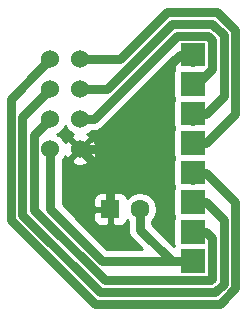
<source format=gbl>
G04 #@! TF.GenerationSoftware,KiCad,Pcbnew,(5.1.2)-2*
G04 #@! TF.CreationDate,2019-10-27T10:23:34-10:00*
G04 #@! TF.ProjectId,nrf24,6e726632-342e-46b6-9963-61645f706362,rev?*
G04 #@! TF.SameCoordinates,Original*
G04 #@! TF.FileFunction,Copper,L2,Bot*
G04 #@! TF.FilePolarity,Positive*
%FSLAX45Y45*%
G04 Gerber Fmt 4.5, Leading zero omitted, Abs format (unit mm)*
G04 Created by KiCad (PCBNEW (5.1.2)-2) date 2019-10-27 10:23:34*
%MOMM*%
%LPD*%
G04 APERTURE LIST*
%ADD10R,2.000000X2.000000*%
%ADD11C,2.000000*%
%ADD12C,0.100000*%
%ADD13C,1.524000*%
%ADD14R,1.600000X1.600000*%
%ADD15C,1.600000*%
%ADD16C,0.800000*%
%ADD17C,0.254000*%
G04 APERTURE END LIST*
D10*
X13144500Y-8060500D03*
D11*
X13144500Y-7810500D03*
D12*
G36*
X13244500Y-7910500D02*
G01*
X13044500Y-7910500D01*
X13044500Y-7710500D01*
X13244500Y-7710500D01*
X13244500Y-7910500D01*
X13244500Y-7910500D01*
G37*
D11*
X13144500Y-7560500D03*
D12*
G36*
X13244500Y-7660500D02*
G01*
X13044500Y-7660500D01*
X13044500Y-7460500D01*
X13244500Y-7460500D01*
X13244500Y-7660500D01*
X13244500Y-7660500D01*
G37*
D11*
X13144500Y-7310500D03*
D12*
G36*
X13244500Y-7410500D02*
G01*
X13044500Y-7410500D01*
X13044500Y-7210500D01*
X13244500Y-7210500D01*
X13244500Y-7410500D01*
X13244500Y-7410500D01*
G37*
D11*
X13144500Y-7060500D03*
D12*
G36*
X13244500Y-7160500D02*
G01*
X13044500Y-7160500D01*
X13044500Y-6960500D01*
X13244500Y-6960500D01*
X13244500Y-7160500D01*
X13244500Y-7160500D01*
G37*
D11*
X13144500Y-6810500D03*
D12*
G36*
X13244500Y-6910500D02*
G01*
X13044500Y-6910500D01*
X13044500Y-6710500D01*
X13244500Y-6710500D01*
X13244500Y-6910500D01*
X13244500Y-6910500D01*
G37*
D10*
X13144500Y-6560500D03*
D11*
X13144500Y-6310500D03*
D12*
G36*
X13244500Y-6410500D02*
G01*
X13044500Y-6410500D01*
X13044500Y-6210500D01*
X13244500Y-6210500D01*
X13244500Y-6410500D01*
X13244500Y-6410500D01*
G37*
D13*
X12192000Y-7112000D03*
X12192000Y-6858000D03*
X12192000Y-6604000D03*
X12192000Y-6350000D03*
X11938000Y-6350000D03*
X11938000Y-6604000D03*
X11938000Y-6858000D03*
X11938000Y-7112000D03*
D14*
X12446000Y-7620000D03*
D15*
X12696000Y-7620000D03*
D16*
X11801800Y-6994200D02*
X11861800Y-6934200D01*
X12397077Y-8220500D02*
X11801800Y-7625223D01*
X13292500Y-8220500D02*
X12397077Y-8220500D01*
X11861800Y-6934200D02*
X11938000Y-6858000D01*
X13304500Y-8208500D02*
X13292500Y-8220500D01*
X13304500Y-7860500D02*
X13304500Y-8208500D01*
X11801800Y-7625223D02*
X11801800Y-6994200D01*
X13254500Y-7810500D02*
X13304500Y-7860500D01*
X13144500Y-7810500D02*
X13254500Y-7810500D01*
X11861800Y-6680200D02*
X11938000Y-6604000D01*
X11701799Y-6840201D02*
X11861800Y-6680200D01*
X12355656Y-8320501D02*
X11701799Y-7666644D01*
X13333922Y-8320501D02*
X12355656Y-8320501D01*
X13404501Y-8249922D02*
X13333922Y-8320501D01*
X13404501Y-7710501D02*
X13404501Y-8249922D01*
X13254500Y-7560500D02*
X13404501Y-7710501D01*
X11701799Y-7666644D02*
X11701799Y-6840201D01*
X13144500Y-7560500D02*
X13254500Y-7560500D01*
X11601798Y-7708066D02*
X11601798Y-6686202D01*
X11601798Y-6686202D02*
X11861800Y-6426200D01*
X13254500Y-7310500D02*
X13504502Y-7560502D01*
X13144500Y-7310500D02*
X13254500Y-7310500D01*
X13504502Y-7560502D02*
X13504502Y-8291343D01*
X13504502Y-8291343D02*
X13375343Y-8420502D01*
X13375343Y-8420502D02*
X12314234Y-8420502D01*
X12314234Y-8420502D02*
X11601798Y-7708066D01*
X11861800Y-6426200D02*
X11938000Y-6350000D01*
X13352197Y-5950497D02*
X12929235Y-5950497D01*
X13504503Y-6102803D02*
X13352197Y-5950497D01*
X13504503Y-6810497D02*
X13504503Y-6102803D01*
X13144500Y-7060500D02*
X13254500Y-7060500D01*
X13254500Y-7060500D02*
X13504503Y-6810497D01*
X12529732Y-6350000D02*
X12192000Y-6350000D01*
X12929235Y-5950497D02*
X12529732Y-6350000D01*
X13254500Y-6810500D02*
X13404502Y-6660498D01*
X13144500Y-6810500D02*
X13254500Y-6810500D01*
X13404502Y-6660498D02*
X13404502Y-6144225D01*
X12417155Y-6604000D02*
X12192000Y-6604000D01*
X13404502Y-6144225D02*
X13310775Y-6050498D01*
X13310775Y-6050498D02*
X12970657Y-6050498D01*
X12970657Y-6050498D02*
X12417155Y-6604000D01*
X12304577Y-6858000D02*
X12299763Y-6858000D01*
X13179354Y-6560500D02*
X13304501Y-6435353D01*
X13304501Y-6435353D02*
X13304501Y-6185647D01*
X13304501Y-6185647D02*
X13269353Y-6150499D01*
X13269353Y-6150499D02*
X13012078Y-6150499D01*
X13144500Y-6560500D02*
X13179354Y-6560500D01*
X13012078Y-6150499D02*
X12304577Y-6858000D01*
X12299763Y-6858000D02*
X12192000Y-6858000D01*
X12446000Y-7112000D02*
X12192000Y-7112000D01*
X12446000Y-7366000D02*
X12192000Y-7112000D01*
X12446000Y-7620000D02*
X12446000Y-7366000D01*
X12446000Y-6899000D02*
X13034500Y-6310500D01*
X12446000Y-7112000D02*
X12446000Y-6899000D01*
X11938000Y-7620000D02*
X11938000Y-7112000D01*
X13144500Y-8060500D02*
X12378500Y-8060500D01*
X12378500Y-8060500D02*
X11938000Y-7620000D01*
X12964500Y-8060500D02*
X13144500Y-8060500D01*
X12696000Y-7792000D02*
X12964500Y-8060500D01*
X12696000Y-7620000D02*
X12696000Y-7792000D01*
D17*
G36*
X12980693Y-6410500D02*
G01*
X12981919Y-6422948D01*
X12985550Y-6434918D01*
X12985861Y-6435500D01*
X12985550Y-6436082D01*
X12981919Y-6448052D01*
X12980693Y-6460500D01*
X12980693Y-6660500D01*
X12981919Y-6672948D01*
X12985550Y-6684918D01*
X12985861Y-6685500D01*
X12985550Y-6686082D01*
X12981919Y-6698052D01*
X12980693Y-6710500D01*
X12980693Y-6910500D01*
X12981919Y-6922948D01*
X12985550Y-6934918D01*
X12985861Y-6935500D01*
X12985550Y-6936082D01*
X12981919Y-6948052D01*
X12980693Y-6960500D01*
X12980693Y-7160500D01*
X12981919Y-7172948D01*
X12985550Y-7184918D01*
X12985861Y-7185500D01*
X12985550Y-7186082D01*
X12981919Y-7198052D01*
X12980693Y-7210500D01*
X12980693Y-7410500D01*
X12981919Y-7422948D01*
X12985550Y-7434918D01*
X12985861Y-7435500D01*
X12985550Y-7436082D01*
X12981919Y-7448052D01*
X12980693Y-7460500D01*
X12980693Y-7660500D01*
X12981919Y-7672948D01*
X12985550Y-7684918D01*
X12985861Y-7685500D01*
X12985550Y-7686082D01*
X12981919Y-7698052D01*
X12980693Y-7710500D01*
X12980693Y-7910500D01*
X12981919Y-7922948D01*
X12985550Y-7934918D01*
X12985849Y-7935478D01*
X12799500Y-7749129D01*
X12799500Y-7719440D01*
X12807464Y-7711476D01*
X12823168Y-7687973D01*
X12833985Y-7661857D01*
X12839500Y-7634133D01*
X12839500Y-7605866D01*
X12833985Y-7578143D01*
X12823168Y-7552027D01*
X12807464Y-7528524D01*
X12787476Y-7508536D01*
X12763973Y-7492832D01*
X12737857Y-7482015D01*
X12710133Y-7476500D01*
X12681866Y-7476500D01*
X12654143Y-7482015D01*
X12628027Y-7492832D01*
X12604524Y-7508536D01*
X12587866Y-7525194D01*
X12584950Y-7515582D01*
X12579054Y-7504551D01*
X12571118Y-7494881D01*
X12561449Y-7486946D01*
X12550418Y-7481050D01*
X12538448Y-7477419D01*
X12526000Y-7476193D01*
X12474575Y-7476500D01*
X12458700Y-7492375D01*
X12458700Y-7607300D01*
X12460700Y-7607300D01*
X12460700Y-7632700D01*
X12458700Y-7632700D01*
X12458700Y-7747625D01*
X12474575Y-7763500D01*
X12526000Y-7763807D01*
X12538448Y-7762581D01*
X12550418Y-7758950D01*
X12561449Y-7753054D01*
X12571118Y-7745118D01*
X12579054Y-7735449D01*
X12584950Y-7724418D01*
X12587866Y-7714806D01*
X12592500Y-7719440D01*
X12592500Y-7786916D01*
X12591999Y-7792000D01*
X12593998Y-7812289D01*
X12599916Y-7831799D01*
X12609527Y-7849780D01*
X12614152Y-7855416D01*
X12622460Y-7865540D01*
X12626409Y-7868780D01*
X12714629Y-7957000D01*
X12421371Y-7957000D01*
X12164371Y-7700000D01*
X12302193Y-7700000D01*
X12303419Y-7712448D01*
X12307050Y-7724418D01*
X12312946Y-7735449D01*
X12320881Y-7745118D01*
X12330551Y-7753054D01*
X12341582Y-7758950D01*
X12353552Y-7762581D01*
X12366000Y-7763807D01*
X12417425Y-7763500D01*
X12433300Y-7747625D01*
X12433300Y-7632700D01*
X12318375Y-7632700D01*
X12302500Y-7648575D01*
X12302193Y-7700000D01*
X12164371Y-7700000D01*
X12041500Y-7577129D01*
X12041500Y-7540000D01*
X12302193Y-7540000D01*
X12302500Y-7591425D01*
X12318375Y-7607300D01*
X12433300Y-7607300D01*
X12433300Y-7492375D01*
X12417425Y-7476500D01*
X12366000Y-7476193D01*
X12353552Y-7477419D01*
X12341582Y-7481050D01*
X12330551Y-7486946D01*
X12320881Y-7494881D01*
X12312946Y-7504551D01*
X12307050Y-7515582D01*
X12303419Y-7527552D01*
X12302193Y-7540000D01*
X12041500Y-7540000D01*
X12041500Y-7208556D01*
X12113404Y-7208556D01*
X12120102Y-7232566D01*
X12145005Y-7244276D01*
X12171713Y-7250902D01*
X12199202Y-7252191D01*
X12226413Y-7248092D01*
X12252302Y-7238764D01*
X12263898Y-7232566D01*
X12270596Y-7208556D01*
X12192000Y-7129960D01*
X12113404Y-7208556D01*
X12041500Y-7208556D01*
X12041500Y-7206065D01*
X12046512Y-7201053D01*
X12061800Y-7178173D01*
X12064769Y-7171006D01*
X12065236Y-7172302D01*
X12071434Y-7183898D01*
X12095443Y-7190596D01*
X12174039Y-7112000D01*
X12209960Y-7112000D01*
X12288556Y-7190596D01*
X12312566Y-7183898D01*
X12324276Y-7158995D01*
X12330902Y-7132286D01*
X12332191Y-7104798D01*
X12328092Y-7077587D01*
X12318764Y-7051698D01*
X12312566Y-7040102D01*
X12288556Y-7033404D01*
X12209960Y-7112000D01*
X12174039Y-7112000D01*
X12095443Y-7033404D01*
X12071434Y-7040102D01*
X12065051Y-7053676D01*
X12061800Y-7045827D01*
X12046512Y-7022946D01*
X12027053Y-7003488D01*
X12004173Y-6988199D01*
X11996448Y-6985000D01*
X12004173Y-6981800D01*
X12027053Y-6966512D01*
X12046512Y-6947053D01*
X12061800Y-6924173D01*
X12065000Y-6916448D01*
X12068199Y-6924173D01*
X12083488Y-6947053D01*
X12102946Y-6966512D01*
X12125827Y-6981800D01*
X12132994Y-6984769D01*
X12131698Y-6985236D01*
X12120102Y-6991434D01*
X12113404Y-7015443D01*
X12192000Y-7094039D01*
X12270596Y-7015443D01*
X12263898Y-6991434D01*
X12250324Y-6985051D01*
X12258173Y-6981800D01*
X12281053Y-6966512D01*
X12286065Y-6961500D01*
X12299494Y-6961500D01*
X12304577Y-6962001D01*
X12309660Y-6961500D01*
X12309661Y-6961500D01*
X12324867Y-6960002D01*
X12344377Y-6954084D01*
X12362357Y-6944473D01*
X12378117Y-6931540D01*
X12381358Y-6927590D01*
X12980693Y-6328256D01*
X12980693Y-6410500D01*
X12980693Y-6410500D01*
G37*
X12980693Y-6410500D02*
X12981919Y-6422948D01*
X12985550Y-6434918D01*
X12985861Y-6435500D01*
X12985550Y-6436082D01*
X12981919Y-6448052D01*
X12980693Y-6460500D01*
X12980693Y-6660500D01*
X12981919Y-6672948D01*
X12985550Y-6684918D01*
X12985861Y-6685500D01*
X12985550Y-6686082D01*
X12981919Y-6698052D01*
X12980693Y-6710500D01*
X12980693Y-6910500D01*
X12981919Y-6922948D01*
X12985550Y-6934918D01*
X12985861Y-6935500D01*
X12985550Y-6936082D01*
X12981919Y-6948052D01*
X12980693Y-6960500D01*
X12980693Y-7160500D01*
X12981919Y-7172948D01*
X12985550Y-7184918D01*
X12985861Y-7185500D01*
X12985550Y-7186082D01*
X12981919Y-7198052D01*
X12980693Y-7210500D01*
X12980693Y-7410500D01*
X12981919Y-7422948D01*
X12985550Y-7434918D01*
X12985861Y-7435500D01*
X12985550Y-7436082D01*
X12981919Y-7448052D01*
X12980693Y-7460500D01*
X12980693Y-7660500D01*
X12981919Y-7672948D01*
X12985550Y-7684918D01*
X12985861Y-7685500D01*
X12985550Y-7686082D01*
X12981919Y-7698052D01*
X12980693Y-7710500D01*
X12980693Y-7910500D01*
X12981919Y-7922948D01*
X12985550Y-7934918D01*
X12985849Y-7935478D01*
X12799500Y-7749129D01*
X12799500Y-7719440D01*
X12807464Y-7711476D01*
X12823168Y-7687973D01*
X12833985Y-7661857D01*
X12839500Y-7634133D01*
X12839500Y-7605866D01*
X12833985Y-7578143D01*
X12823168Y-7552027D01*
X12807464Y-7528524D01*
X12787476Y-7508536D01*
X12763973Y-7492832D01*
X12737857Y-7482015D01*
X12710133Y-7476500D01*
X12681866Y-7476500D01*
X12654143Y-7482015D01*
X12628027Y-7492832D01*
X12604524Y-7508536D01*
X12587866Y-7525194D01*
X12584950Y-7515582D01*
X12579054Y-7504551D01*
X12571118Y-7494881D01*
X12561449Y-7486946D01*
X12550418Y-7481050D01*
X12538448Y-7477419D01*
X12526000Y-7476193D01*
X12474575Y-7476500D01*
X12458700Y-7492375D01*
X12458700Y-7607300D01*
X12460700Y-7607300D01*
X12460700Y-7632700D01*
X12458700Y-7632700D01*
X12458700Y-7747625D01*
X12474575Y-7763500D01*
X12526000Y-7763807D01*
X12538448Y-7762581D01*
X12550418Y-7758950D01*
X12561449Y-7753054D01*
X12571118Y-7745118D01*
X12579054Y-7735449D01*
X12584950Y-7724418D01*
X12587866Y-7714806D01*
X12592500Y-7719440D01*
X12592500Y-7786916D01*
X12591999Y-7792000D01*
X12593998Y-7812289D01*
X12599916Y-7831799D01*
X12609527Y-7849780D01*
X12614152Y-7855416D01*
X12622460Y-7865540D01*
X12626409Y-7868780D01*
X12714629Y-7957000D01*
X12421371Y-7957000D01*
X12164371Y-7700000D01*
X12302193Y-7700000D01*
X12303419Y-7712448D01*
X12307050Y-7724418D01*
X12312946Y-7735449D01*
X12320881Y-7745118D01*
X12330551Y-7753054D01*
X12341582Y-7758950D01*
X12353552Y-7762581D01*
X12366000Y-7763807D01*
X12417425Y-7763500D01*
X12433300Y-7747625D01*
X12433300Y-7632700D01*
X12318375Y-7632700D01*
X12302500Y-7648575D01*
X12302193Y-7700000D01*
X12164371Y-7700000D01*
X12041500Y-7577129D01*
X12041500Y-7540000D01*
X12302193Y-7540000D01*
X12302500Y-7591425D01*
X12318375Y-7607300D01*
X12433300Y-7607300D01*
X12433300Y-7492375D01*
X12417425Y-7476500D01*
X12366000Y-7476193D01*
X12353552Y-7477419D01*
X12341582Y-7481050D01*
X12330551Y-7486946D01*
X12320881Y-7494881D01*
X12312946Y-7504551D01*
X12307050Y-7515582D01*
X12303419Y-7527552D01*
X12302193Y-7540000D01*
X12041500Y-7540000D01*
X12041500Y-7208556D01*
X12113404Y-7208556D01*
X12120102Y-7232566D01*
X12145005Y-7244276D01*
X12171713Y-7250902D01*
X12199202Y-7252191D01*
X12226413Y-7248092D01*
X12252302Y-7238764D01*
X12263898Y-7232566D01*
X12270596Y-7208556D01*
X12192000Y-7129960D01*
X12113404Y-7208556D01*
X12041500Y-7208556D01*
X12041500Y-7206065D01*
X12046512Y-7201053D01*
X12061800Y-7178173D01*
X12064769Y-7171006D01*
X12065236Y-7172302D01*
X12071434Y-7183898D01*
X12095443Y-7190596D01*
X12174039Y-7112000D01*
X12209960Y-7112000D01*
X12288556Y-7190596D01*
X12312566Y-7183898D01*
X12324276Y-7158995D01*
X12330902Y-7132286D01*
X12332191Y-7104798D01*
X12328092Y-7077587D01*
X12318764Y-7051698D01*
X12312566Y-7040102D01*
X12288556Y-7033404D01*
X12209960Y-7112000D01*
X12174039Y-7112000D01*
X12095443Y-7033404D01*
X12071434Y-7040102D01*
X12065051Y-7053676D01*
X12061800Y-7045827D01*
X12046512Y-7022946D01*
X12027053Y-7003488D01*
X12004173Y-6988199D01*
X11996448Y-6985000D01*
X12004173Y-6981800D01*
X12027053Y-6966512D01*
X12046512Y-6947053D01*
X12061800Y-6924173D01*
X12065000Y-6916448D01*
X12068199Y-6924173D01*
X12083488Y-6947053D01*
X12102946Y-6966512D01*
X12125827Y-6981800D01*
X12132994Y-6984769D01*
X12131698Y-6985236D01*
X12120102Y-6991434D01*
X12113404Y-7015443D01*
X12192000Y-7094039D01*
X12270596Y-7015443D01*
X12263898Y-6991434D01*
X12250324Y-6985051D01*
X12258173Y-6981800D01*
X12281053Y-6966512D01*
X12286065Y-6961500D01*
X12299494Y-6961500D01*
X12304577Y-6962001D01*
X12309660Y-6961500D01*
X12309661Y-6961500D01*
X12324867Y-6960002D01*
X12344377Y-6954084D01*
X12362357Y-6944473D01*
X12378117Y-6931540D01*
X12381358Y-6927590D01*
X12980693Y-6328256D01*
X12980693Y-6410500D01*
G36*
X13157200Y-6297800D02*
G01*
X13159200Y-6297800D01*
X13159200Y-6323200D01*
X13157200Y-6323200D01*
X13157200Y-6325200D01*
X13131800Y-6325200D01*
X13131800Y-6323200D01*
X13129800Y-6323200D01*
X13129800Y-6297800D01*
X13131800Y-6297800D01*
X13131800Y-6295800D01*
X13157200Y-6295800D01*
X13157200Y-6297800D01*
X13157200Y-6297800D01*
G37*
X13157200Y-6297800D02*
X13159200Y-6297800D01*
X13159200Y-6323200D01*
X13157200Y-6323200D01*
X13157200Y-6325200D01*
X13131800Y-6325200D01*
X13131800Y-6323200D01*
X13129800Y-6323200D01*
X13129800Y-6297800D01*
X13131800Y-6297800D01*
X13131800Y-6295800D01*
X13157200Y-6295800D01*
X13157200Y-6297800D01*
M02*

</source>
